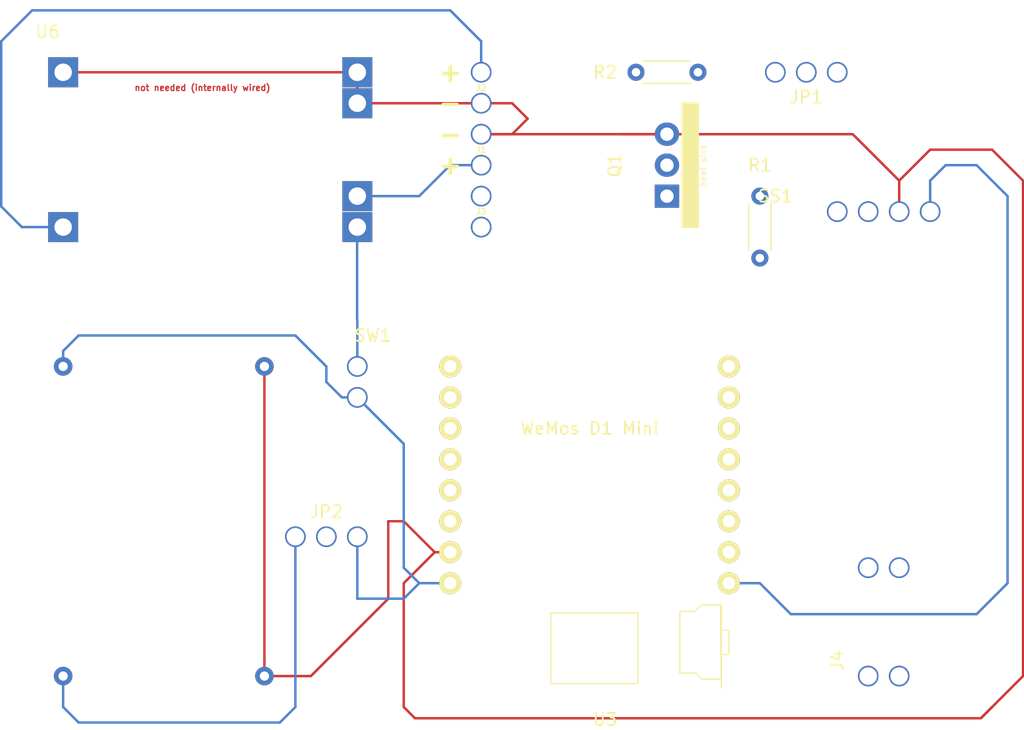
<source format=kicad_pcb>
(kicad_pcb (version 20171130) (host pcbnew "(5.0.2)-1")

  (general
    (thickness 1.6)
    (drawings 10)
    (tracks 112)
    (zones 0)
    (modules 14)
    (nets 28)
  )

  (page A4)
  (layers
    (0 "Black_(GND)" power)
    (1 "Blue_(signal_1)" signal)
    (2 "Yellow_(signal_2)" signal)
    (3 "Yellow2_(signal)" signal)
    (4 "Blue2_(signal)" signal)
    (31 "Red_(Power)" power)
    (32 B.Adhes user hide)
    (33 F.Adhes user hide)
    (34 B.Paste user hide)
    (35 F.Paste user hide)
    (36 B.SilkS user hide)
    (37 F.SilkS user)
    (38 B.Mask user hide)
    (39 F.Mask user)
    (40 Dwgs.User user hide)
    (41 Cmts.User user hide)
    (42 Eco1.User user hide)
    (43 Eco2.User user hide)
    (44 Edge.Cuts user hide)
    (45 Margin user hide)
    (46 B.CrtYd user hide)
    (47 F.CrtYd user)
    (48 B.Fab user hide)
    (49 F.Fab user)
  )

  (setup
    (last_trace_width 0.2)
    (trace_clearance 0.2)
    (zone_clearance 0.508)
    (zone_45_only no)
    (trace_min 0.2)
    (segment_width 0.2)
    (edge_width 0.1)
    (via_size 0.8)
    (via_drill 0.4)
    (via_min_size 0.4)
    (via_min_drill 0.3)
    (uvia_size 0.3)
    (uvia_drill 0.1)
    (uvias_allowed no)
    (uvia_min_size 0.2)
    (uvia_min_drill 0.1)
    (pcb_text_width 0.3)
    (pcb_text_size 1.5 1.5)
    (mod_edge_width 0.15)
    (mod_text_size 1 1)
    (mod_text_width 0.15)
    (pad_size 1.5 1.5)
    (pad_drill 0.6)
    (pad_to_mask_clearance 0)
    (solder_mask_min_width 0.25)
    (aux_axis_origin 0 0)
    (visible_elements 7FFFFFFF)
    (pcbplotparams
      (layerselection 0x010fc_ffffffff)
      (usegerberextensions false)
      (usegerberattributes false)
      (usegerberadvancedattributes false)
      (creategerberjobfile false)
      (excludeedgelayer true)
      (linewidth 0.100000)
      (plotframeref false)
      (viasonmask false)
      (mode 1)
      (useauxorigin false)
      (hpglpennumber 1)
      (hpglpenspeed 20)
      (hpglpendiameter 15.000000)
      (psnegative false)
      (psa4output false)
      (plotreference true)
      (plotvalue true)
      (plotinvisibletext false)
      (padsonsilk false)
      (subtractmaskfromsilk false)
      (outputformat 1)
      (mirror false)
      (drillshape 1)
      (scaleselection 1)
      (outputdirectory ""))
  )

  (net 0 "")
  (net 1 "Net-(J1-Pad1)")
  (net 2 GND)
  (net 3 "Net-(J2-Pad2)")
  (net 4 "Net-(J3-Pad2)")
  (net 5 "Net-(J3-Pad1)")
  (net 6 "Net-(J4-Pad2)")
  (net 7 "Net-(J4-Pad1)")
  (net 8 "Net-(JP1-Pad3)")
  (net 9 "Net-(JP1-Pad2)")
  (net 10 "Net-(JP1-Pad1)")
  (net 11 "Net-(JP2-Pad1)")
  (net 12 "Net-(JP2-Pad3)")
  (net 13 "Net-(Q1-Pad1)")
  (net 14 "Net-(R1-Pad1)")
  (net 15 "Net-(SS1-Pad4)")
  (net 16 "Net-(SW1-Pad1)")
  (net 17 "Net-(U3-Pad11)")
  (net 18 "Net-(SS1-Pad2)")
  (net 19 "Net-(U3-Pad8)")
  (net 20 "Net-(U3-Pad7)")
  (net 21 "Net-(U3-Pad6)")
  (net 22 "Net-(U3-Pad5)")
  (net 23 "Net-(U3-Pad4)")
  (net 24 "Net-(U3-Pad3)")
  (net 25 "Net-(U3-Pad15)")
  (net 26 "Net-(U3-Pad14)")
  (net 27 "Net-(U3-Pad13)")

  (net_class Default "This is the default net class."
    (clearance 0.2)
    (trace_width 0.2)
    (via_dia 0.8)
    (via_drill 0.4)
    (uvia_dia 0.3)
    (uvia_drill 0.1)
    (add_net GND)
    (add_net "Net-(J1-Pad1)")
    (add_net "Net-(J2-Pad2)")
    (add_net "Net-(J3-Pad1)")
    (add_net "Net-(J3-Pad2)")
    (add_net "Net-(J4-Pad1)")
    (add_net "Net-(J4-Pad2)")
    (add_net "Net-(JP1-Pad1)")
    (add_net "Net-(JP1-Pad2)")
    (add_net "Net-(JP1-Pad3)")
    (add_net "Net-(JP2-Pad1)")
    (add_net "Net-(JP2-Pad3)")
    (add_net "Net-(Q1-Pad1)")
    (add_net "Net-(R1-Pad1)")
    (add_net "Net-(SS1-Pad2)")
    (add_net "Net-(SS1-Pad4)")
    (add_net "Net-(SW1-Pad1)")
    (add_net "Net-(U3-Pad11)")
    (add_net "Net-(U3-Pad13)")
    (add_net "Net-(U3-Pad14)")
    (add_net "Net-(U3-Pad15)")
    (add_net "Net-(U3-Pad3)")
    (add_net "Net-(U3-Pad4)")
    (add_net "Net-(U3-Pad5)")
    (add_net "Net-(U3-Pad6)")
    (add_net "Net-(U3-Pad7)")
    (add_net "Net-(U3-Pad8)")
  )

  (module Resistor_THT:R_Axial_DIN0204_L3.6mm_D1.6mm_P5.08mm_Horizontal (layer "Black_(GND)") (tedit 5AE5139B) (tstamp 5C51D785)
    (at 77.47 35.56 90)
    (descr "Resistor, Axial_DIN0204 series, Axial, Horizontal, pin pitch=5.08mm, 0.167W, length*diameter=3.6*1.6mm^2, http://cdn-reichelt.de/documents/datenblatt/B400/1_4W%23YAG.pdf")
    (tags "Resistor Axial_DIN0204 series Axial Horizontal pin pitch 5.08mm 0.167W length 3.6mm diameter 1.6mm")
    (path /5C4F22D3)
    (fp_text reference R1 (at 7.62 0 180) (layer F.SilkS)
      (effects (font (size 1 1) (thickness 0.15)))
    )
    (fp_text value 5k (at 2.54 1.92 90) (layer F.Fab)
      (effects (font (size 1 1) (thickness 0.15)))
    )
    (fp_line (start 0.74 -0.8) (end 0.74 0.8) (layer F.Fab) (width 0.1))
    (fp_line (start 0.74 0.8) (end 4.34 0.8) (layer F.Fab) (width 0.1))
    (fp_line (start 4.34 0.8) (end 4.34 -0.8) (layer F.Fab) (width 0.1))
    (fp_line (start 4.34 -0.8) (end 0.74 -0.8) (layer F.Fab) (width 0.1))
    (fp_line (start 0 0) (end 0.74 0) (layer F.Fab) (width 0.1))
    (fp_line (start 5.08 0) (end 4.34 0) (layer F.Fab) (width 0.1))
    (fp_line (start 0.62 -0.92) (end 4.46 -0.92) (layer F.SilkS) (width 0.12))
    (fp_line (start 0.62 0.92) (end 4.46 0.92) (layer F.SilkS) (width 0.12))
    (fp_line (start -0.95 -1.05) (end -0.95 1.05) (layer F.CrtYd) (width 0.05))
    (fp_line (start -0.95 1.05) (end 6.03 1.05) (layer F.CrtYd) (width 0.05))
    (fp_line (start 6.03 1.05) (end 6.03 -1.05) (layer F.CrtYd) (width 0.05))
    (fp_line (start 6.03 -1.05) (end -0.95 -1.05) (layer F.CrtYd) (width 0.05))
    (fp_text user %R (at 2.54 0 90) (layer F.Fab)
      (effects (font (size 0.72 0.72) (thickness 0.108)))
    )
    (pad 1 thru_hole circle (at 0 0 90) (size 1.4 1.4) (drill 0.7) (layers *.Cu *.Mask)
      (net 14 "Net-(R1-Pad1)"))
    (pad 2 thru_hole oval (at 5.08 0 90) (size 1.4 1.4) (drill 0.7) (layers *.Cu *.Mask)
      (net 13 "Net-(Q1-Pad1)"))
    (model ${KISYS3DMOD}/Resistor_THT.3dshapes/R_Axial_DIN0204_L3.6mm_D1.6mm_P5.08mm_Horizontal.wrl
      (at (xyz 0 0 0))
      (scale (xyz 1 1 1))
      (rotate (xyz 0 0 0))
    )
  )

  (module Resistor_THT:R_Axial_DIN0204_L3.6mm_D1.6mm_P5.08mm_Horizontal (layer "Black_(GND)") (tedit 5AE5139B) (tstamp 5C51D798)
    (at 67.31 20.32)
    (descr "Resistor, Axial_DIN0204 series, Axial, Horizontal, pin pitch=5.08mm, 0.167W, length*diameter=3.6*1.6mm^2, http://cdn-reichelt.de/documents/datenblatt/B400/1_4W%23YAG.pdf")
    (tags "Resistor Axial_DIN0204 series Axial Horizontal pin pitch 5.08mm 0.167W length 3.6mm diameter 1.6mm")
    (path /5C4F9DC6)
    (fp_text reference R2 (at -2.54 0) (layer F.SilkS)
      (effects (font (size 1 1) (thickness 0.15)))
    )
    (fp_text value 100k (at 2.54 1.92) (layer F.Fab)
      (effects (font (size 1 1) (thickness 0.15)))
    )
    (fp_text user %R (at 2.54 0) (layer F.Fab)
      (effects (font (size 0.72 0.72) (thickness 0.108)))
    )
    (fp_line (start 6.03 -1.05) (end -0.95 -1.05) (layer F.CrtYd) (width 0.05))
    (fp_line (start 6.03 1.05) (end 6.03 -1.05) (layer F.CrtYd) (width 0.05))
    (fp_line (start -0.95 1.05) (end 6.03 1.05) (layer F.CrtYd) (width 0.05))
    (fp_line (start -0.95 -1.05) (end -0.95 1.05) (layer F.CrtYd) (width 0.05))
    (fp_line (start 0.62 0.92) (end 4.46 0.92) (layer F.SilkS) (width 0.12))
    (fp_line (start 0.62 -0.92) (end 4.46 -0.92) (layer F.SilkS) (width 0.12))
    (fp_line (start 5.08 0) (end 4.34 0) (layer F.Fab) (width 0.1))
    (fp_line (start 0 0) (end 0.74 0) (layer F.Fab) (width 0.1))
    (fp_line (start 4.34 -0.8) (end 0.74 -0.8) (layer F.Fab) (width 0.1))
    (fp_line (start 4.34 0.8) (end 4.34 -0.8) (layer F.Fab) (width 0.1))
    (fp_line (start 0.74 0.8) (end 4.34 0.8) (layer F.Fab) (width 0.1))
    (fp_line (start 0.74 -0.8) (end 0.74 0.8) (layer F.Fab) (width 0.1))
    (pad 2 thru_hole oval (at 5.08 0) (size 1.4 1.4) (drill 0.7) (layers *.Cu *.Mask)
      (net 8 "Net-(JP1-Pad3)"))
    (pad 1 thru_hole circle (at 0 0) (size 1.4 1.4) (drill 0.7) (layers *.Cu *.Mask)
      (net 1 "Net-(J1-Pad1)"))
    (model ${KISYS3DMOD}/Resistor_THT.3dshapes/R_Axial_DIN0204_L3.6mm_D1.6mm_P5.08mm_Horizontal.wrl
      (at (xyz 0 0 0))
      (scale (xyz 1 1 1))
      (rotate (xyz 0 0 0))
    )
  )

  (module "footprint:Soil sensor_v3" (layer "Black_(GND)") (tedit 5C5AE25D) (tstamp 5C5AE33B)
    (at 81.28 29.21)
    (path /5C4FA314)
    (fp_text reference SS1 (at -2.54 1.27) (layer F.SilkS)
      (effects (font (size 1 1) (thickness 0.15)))
    )
    (fp_text value SOIL_SENSOR (at 6.35 -1.27) (layer F.Fab)
      (effects (font (size 1 1) (thickness 0.15)))
    )
    (fp_line (start 0 1.27) (end 12.7 1.27) (layer F.CrtYd) (width 0.15))
    (fp_line (start 12.7 1.27) (end 12.7 33.02) (layer F.CrtYd) (width 0.15))
    (fp_line (start 12.7 33.02) (end 0 33.02) (layer F.CrtYd) (width 0.15))
    (fp_line (start 0 33.02) (end 0 1.27) (layer F.CrtYd) (width 0.15))
    (pad 1 thru_hole circle (at 2.54 2.54) (size 1.7 1.7) (drill 1.43) (layers *.Cu *.Mask)
      (net 10 "Net-(JP1-Pad1)"))
    (pad 2 thru_hole circle (at 5.08 2.54) (size 1.7 1.7) (drill 1.43) (layers *.Cu *.Mask)
      (net 18 "Net-(SS1-Pad2)"))
    (pad 3 thru_hole circle (at 7.62 2.54) (size 1.7 1.7) (drill 1.43) (layers *.Cu *.Mask)
      (net 2 GND))
    (pad 4 thru_hole circle (at 10.16 2.54) (size 1.7 1.7) (drill 1.43) (layers *.Cu *.Mask)
      (net 15 "Net-(SS1-Pad4)"))
    (pad 5 thru_hole circle (at 5.08 31.75) (size 1.7 1.7) (drill 1.43) (layers *.Cu *.Mask)
      (net 7 "Net-(J4-Pad1)"))
    (pad 6 thru_hole circle (at 7.62 31.75) (size 1.7 1.7) (drill 1.43) (layers *.Cu *.Mask)
      (net 6 "Net-(J4-Pad2)"))
  )

  (module footprint:5-12V_DCDCv4 (layer "Black_(GND)") (tedit 5C5AE072) (tstamp 5C5AE348)
    (at 20.32 44.45)
    (path /5C53EC4A)
    (fp_text reference U1 (at 0 -3.81) (layer F.SilkS) hide
      (effects (font (size 1 1) (thickness 0.15)))
    )
    (fp_text value 5-12V_DCDC_Converter (at -2.54 11.43 90) (layer F.Fab)
      (effects (font (size 1 1) (thickness 0.15)))
    )
    (fp_line (start -1.27 -1.27) (end 15.24 -1.27) (layer F.CrtYd) (width 0.15))
    (fp_line (start 17.78 -1.27) (end 17.78 26.67) (layer F.CrtYd) (width 0.15))
    (fp_line (start 15.24 26.67) (end -1.27 26.67) (layer F.CrtYd) (width 0.15))
    (fp_line (start -1.27 26.67) (end -1.27 -1.27) (layer F.CrtYd) (width 0.15))
    (fp_line (start 17.78 26.67) (end 15.24 26.67) (layer F.CrtYd) (width 0.15))
    (fp_line (start 17.78 -1.27) (end 15.24 -1.27) (layer F.CrtYd) (width 0.15))
    (fp_text user GND_OUT (at 19.05 24.13 90) (layer F.Fab)
      (effects (font (size 1 1) (thickness 0.15)))
    )
    (fp_text user GND_IN (at 19.05 0 90) (layer F.Fab)
      (effects (font (size 1 1) (thickness 0.15)))
    )
    (fp_text user VCC_OUT (at -2.54 24.13 90) (layer F.Fab)
      (effects (font (size 1 1) (thickness 0.15)))
    )
    (fp_text user VCC_IN (at -2.54 0 90) (layer F.Fab)
      (effects (font (size 1 1) (thickness 0.15)))
    )
    (pad 1 thru_hole circle (at 0 25.4) (size 1.524 1.524) (drill 0.762) (layers *.Cu *.Mask)
      (net 11 "Net-(JP2-Pad1)"))
    (pad 2 thru_hole circle (at 0 0) (size 1.524 1.524) (drill 0.762) (layers *.Cu *.Mask)
      (net 12 "Net-(JP2-Pad3)"))
    (pad 3 thru_hole circle (at 16.51 0) (size 1.524 1.524) (drill 0.762) (layers *.Cu *.Mask)
      (net 2 GND))
    (pad 4 thru_hole circle (at 16.51 25.4) (size 1.524 1.524) (drill 0.762) (layers *.Cu *.Mask)
      (net 2 GND))
  )

  (module footprint:TP4056_v4 (layer "Black_(GND)") (tedit 5C5ADE3E) (tstamp 5C5AE359)
    (at 19.05 16.51)
    (path /5C4FADB2)
    (fp_text reference U6 (at 0 0.5) (layer F.SilkS)
      (effects (font (size 1 1) (thickness 0.15)))
    )
    (fp_text value TP4056 (at 2.54 -1.27) (layer F.Fab)
      (effects (font (size 1 1) (thickness 0.15)))
    )
    (fp_line (start 29.21 2.54) (end 29.21 17.78) (layer F.CrtYd) (width 0.15))
    (fp_line (start 29.21 17.78) (end 0 17.78) (layer F.CrtYd) (width 0.15))
    (fp_line (start 0 5.08) (end 0 2.54) (layer F.CrtYd) (width 0.15))
    (fp_line (start 0 2.54) (end 29.21 2.54) (layer F.CrtYd) (width 0.15))
    (fp_line (start 0 5.08) (end 0 6.35) (layer F.CrtYd) (width 0.15))
    (fp_line (start 0 6.35) (end -1.27 6.35) (layer F.CrtYd) (width 0.15))
    (fp_line (start -1.27 6.35) (end -1.27 13.97) (layer F.CrtYd) (width 0.15))
    (fp_line (start -1.27 13.97) (end 0 13.97) (layer F.CrtYd) (width 0.15))
    (fp_line (start 0 13.97) (end 0 17.78) (layer F.CrtYd) (width 0.15))
    (pad 6 thru_hole rect (at 1.27 3.81) (size 2.46 2.46) (drill 1.43) (layers *.Cu *.Mask)
      (net 2 GND))
    (pad 5 thru_hole rect (at 1.27 16.51) (size 2.46 2.46) (drill 1.43) (layers *.Cu *.Mask)
      (net 3 "Net-(J2-Pad2)"))
    (pad 4 thru_hole rect (at 25.4 16.51) (size 2.46 2.46) (drill 1.43) (layers *.Cu *.Mask)
      (net 16 "Net-(SW1-Pad1)"))
    (pad 3 thru_hole rect (at 25.4 13.97) (size 2.46 2.46) (drill 1.43) (layers *.Cu *.Mask)
      (net 1 "Net-(J1-Pad1)"))
    (pad 1 thru_hole rect (at 25.4 3.81) (size 2.46 2.46) (drill 1.43) (layers *.Cu *.Mask)
      (net 2 GND))
    (pad 2 thru_hole rect (at 25.4 6.35) (size 2.46 2.46) (drill 1.43) (layers *.Cu *.Mask)
      (net 2 GND))
  )

  (module footprint:2p_connector_v2 (layer "Black_(GND)") (tedit 5C5D8F9F) (tstamp 5C5AE5EB)
    (at 52.07 20.32 90)
    (path /5C4F9789)
    (fp_text reference J2 (at -1.27 2.54 180) (layer F.SilkS)
      (effects (font (size 0.5 0.5) (thickness 0.1)))
    )
    (fp_text value Solar (at 0 5.08 90) (layer F.Fab)
      (effects (font (size 1 1) (thickness 0.15)))
    )
    (fp_line (start -3.81 1.27) (end 1.27 1.27) (layer F.CrtYd) (width 0.15))
    (fp_line (start 1.27 1.27) (end 1.27 3.81) (layer F.CrtYd) (width 0.15))
    (fp_line (start 1.27 3.81) (end -3.81 3.81) (layer F.CrtYd) (width 0.15))
    (fp_line (start -3.81 3.81) (end -3.81 1.27) (layer F.CrtYd) (width 0.15))
    (pad 1 thru_hole circle (at -2.54 2.54 90) (size 1.7 1.7) (drill 1.43) (layers *.Cu *.Mask)
      (net 2 GND))
    (pad 2 thru_hole circle (at 0 2.54 90) (size 1.7 1.7) (drill 1.43) (layers *.Cu *.Mask)
      (net 3 "Net-(J2-Pad2)"))
  )

  (module footprint:2p_connector_v2 (layer "Black_(GND)") (tedit 5C5D8FB1) (tstamp 5C5AE5F4)
    (at 57.15 33.02 270)
    (path /5C4F97F0)
    (fp_text reference J3 (at -1.27 2.54) (layer F.SilkS)
      (effects (font (size 0.5 0.5) (thickness 0.1)))
    )
    (fp_text value Valve (at -1.27 0 270) (layer F.Fab)
      (effects (font (size 1 1) (thickness 0.15)))
    )
    (fp_line (start -3.81 3.81) (end -3.81 1.27) (layer F.CrtYd) (width 0.15))
    (fp_line (start 1.27 3.81) (end -3.81 3.81) (layer F.CrtYd) (width 0.15))
    (fp_line (start 1.27 1.27) (end 1.27 3.81) (layer F.CrtYd) (width 0.15))
    (fp_line (start -3.81 1.27) (end 1.27 1.27) (layer F.CrtYd) (width 0.15))
    (pad 2 thru_hole circle (at 0 2.54 270) (size 1.7 1.7) (drill 1.43) (layers *.Cu *.Mask)
      (net 4 "Net-(J3-Pad2)"))
    (pad 1 thru_hole circle (at -2.54 2.54 270) (size 1.7 1.7) (drill 1.43) (layers *.Cu *.Mask)
      (net 5 "Net-(J3-Pad1)"))
  )

  (module footprint:2p_connector_v2 (layer "Black_(GND)") (tedit 5C5AE479) (tstamp 5C5AE5FD)
    (at 88.9 67.31)
    (path /5C4F9672)
    (fp_text reference J4 (at -5.08 1.27 90) (layer F.SilkS)
      (effects (font (size 1 1) (thickness 0.15)))
    )
    (fp_text value "Soil sensor" (at -1.27 5.08) (layer F.Fab)
      (effects (font (size 1 1) (thickness 0.15)))
    )
    (fp_line (start -3.81 3.81) (end -3.81 1.27) (layer F.CrtYd) (width 0.15))
    (fp_line (start 1.27 3.81) (end -3.81 3.81) (layer F.CrtYd) (width 0.15))
    (fp_line (start 1.27 1.27) (end 1.27 3.81) (layer F.CrtYd) (width 0.15))
    (fp_line (start -3.81 1.27) (end 1.27 1.27) (layer F.CrtYd) (width 0.15))
    (pad 2 thru_hole circle (at 0 2.54) (size 1.7 1.7) (drill 1.43) (layers *.Cu *.Mask)
      (net 6 "Net-(J4-Pad2)"))
    (pad 1 thru_hole circle (at -2.54 2.54) (size 1.7 1.7) (drill 1.43) (layers *.Cu *.Mask)
      (net 7 "Net-(J4-Pad1)"))
  )

  (module footprint:3p_switch_v2 (layer "Black_(GND)") (tedit 5C5D8E8A) (tstamp 5C5AE606)
    (at 81.28 22.86 180)
    (path /5C52F9B9)
    (fp_text reference JP1 (at 0 0.5 180) (layer F.SilkS)
      (effects (font (size 1 1) (thickness 0.15)))
    )
    (fp_text value Battery/Humidity (at 0 5.08 180) (layer F.Fab)
      (effects (font (size 1 1) (thickness 0.15)))
    )
    (fp_line (start -3.81 3.81) (end -3.81 1.27) (layer F.CrtYd) (width 0.15))
    (fp_line (start 3.81 3.81) (end -3.81 3.81) (layer F.CrtYd) (width 0.15))
    (fp_line (start 3.81 1.27) (end 3.81 3.81) (layer F.CrtYd) (width 0.15))
    (fp_line (start -3.81 1.27) (end 3.81 1.27) (layer F.CrtYd) (width 0.15))
    (pad 3 thru_hole circle (at 2.54 2.54 180) (size 1.7 1.7) (drill 1.43) (layers *.Cu *.Mask)
      (net 8 "Net-(JP1-Pad3)"))
    (pad 2 thru_hole circle (at 0 2.54 180) (size 1.7 1.7) (drill 1.43) (layers *.Cu *.Mask)
      (net 9 "Net-(JP1-Pad2)"))
    (pad 1 thru_hole circle (at -2.54 2.54 180) (size 1.7 1.7) (drill 1.43) (layers *.Cu *.Mask)
      (net 10 "Net-(JP1-Pad1)"))
  )

  (module footprint:3p_switch_v2 (layer "Black_(GND)") (tedit 5C5AE433) (tstamp 5C5AE610)
    (at 41.91 55.88)
    (path /5C52F931)
    (fp_text reference JP2 (at 0 0.5) (layer F.SilkS)
      (effects (font (size 1 1) (thickness 0.15)))
    )
    (fp_text value "5V/12V Valve" (at 0 5.08) (layer F.Fab)
      (effects (font (size 1 1) (thickness 0.15)))
    )
    (fp_line (start -3.81 1.27) (end 3.81 1.27) (layer F.CrtYd) (width 0.15))
    (fp_line (start 3.81 1.27) (end 3.81 3.81) (layer F.CrtYd) (width 0.15))
    (fp_line (start 3.81 3.81) (end -3.81 3.81) (layer F.CrtYd) (width 0.15))
    (fp_line (start -3.81 3.81) (end -3.81 1.27) (layer F.CrtYd) (width 0.15))
    (pad 1 thru_hole circle (at -2.54 2.54) (size 1.7 1.7) (drill 1.43) (layers *.Cu *.Mask)
      (net 11 "Net-(JP2-Pad1)"))
    (pad 2 thru_hole circle (at 0 2.54) (size 1.7 1.7) (drill 1.43) (layers *.Cu *.Mask)
      (net 4 "Net-(J3-Pad2)"))
    (pad 3 thru_hole circle (at 2.54 2.54) (size 1.7 1.7) (drill 1.43) (layers *.Cu *.Mask)
      (net 12 "Net-(JP2-Pad3)"))
  )

  (module footprint:2p_connector_v2 (layer "Black_(GND)") (tedit 5C5AE479) (tstamp 5C5AE61A)
    (at 46.99 46.99 270)
    (path /5C4F30A2)
    (fp_text reference SW1 (at -5.08 1.27) (layer F.SilkS)
      (effects (font (size 1 1) (thickness 0.15)))
    )
    (fp_text value ON/OFF (at -1.27 5.08 270) (layer F.Fab)
      (effects (font (size 1 1) (thickness 0.15)))
    )
    (fp_line (start -3.81 1.27) (end 1.27 1.27) (layer F.CrtYd) (width 0.15))
    (fp_line (start 1.27 1.27) (end 1.27 3.81) (layer F.CrtYd) (width 0.15))
    (fp_line (start 1.27 3.81) (end -3.81 3.81) (layer F.CrtYd) (width 0.15))
    (fp_line (start -3.81 3.81) (end -3.81 1.27) (layer F.CrtYd) (width 0.15))
    (pad 1 thru_hole circle (at -2.54 2.54 270) (size 1.7 1.7) (drill 1.43) (layers *.Cu *.Mask)
      (net 16 "Net-(SW1-Pad1)"))
    (pad 2 thru_hole circle (at 0 2.54 270) (size 1.7 1.7) (drill 1.43) (layers *.Cu *.Mask)
      (net 12 "Net-(JP2-Pad3)"))
  )

  (module footprint:2p_connector_v2 (layer "Black_(GND)") (tedit 5C5D8FA8) (tstamp 5C5AE63A)
    (at 52.07 25.4 90)
    (path /5C554B8B)
    (fp_text reference J1 (at -1.27 2.54 180) (layer F.SilkS)
      (effects (font (size 0.5 0.5) (thickness 0.1)))
    )
    (fp_text value Batt. (at -1.27 5.08 90) (layer F.Fab)
      (effects (font (size 1 1) (thickness 0.15)))
    )
    (fp_line (start -3.81 1.27) (end 1.27 1.27) (layer F.CrtYd) (width 0.15))
    (fp_line (start 1.27 1.27) (end 1.27 3.81) (layer F.CrtYd) (width 0.15))
    (fp_line (start 1.27 3.81) (end -3.81 3.81) (layer F.CrtYd) (width 0.15))
    (fp_line (start -3.81 3.81) (end -3.81 1.27) (layer F.CrtYd) (width 0.15))
    (pad 1 thru_hole circle (at -2.54 2.54 90) (size 1.7 1.7) (drill 1.43) (layers *.Cu *.Mask)
      (net 1 "Net-(J1-Pad1)"))
    (pad 2 thru_hole circle (at 0 2.54 90) (size 1.7 1.7) (drill 1.43) (layers *.Cu *.Mask)
      (net 2 GND))
  )

  (module wemos_d1_mini:D1_mini_board_v4 (layer "Black_(GND)") (tedit 5C5AE920) (tstamp 5C5AEB91)
    (at 63.5 54.61)
    (path /5C4F9AC3)
    (fp_text reference U3 (at 1.27 18.81) (layer F.SilkS)
      (effects (font (size 1 1) (thickness 0.15)))
    )
    (fp_text value WeMos_mini (at 1.27 -19.05) (layer F.Fab)
      (effects (font (size 1 1) (thickness 0.15)))
    )
    (fp_text user "WeMos D1 Mini" (at 0 -5.08) (layer F.SilkS)
      (effects (font (size 1 1) (thickness 0.15)))
    )
    (fp_line (start 10.83248 9.424181) (end 10.802686 16.232524) (layer F.SilkS) (width 0.1))
    (fp_line (start -3.17965 10.051451) (end 3.959931 10.051451) (layer F.SilkS) (width 0.1))
    (fp_line (start 3.959931 10.051451) (end 3.959931 15.865188) (layer F.SilkS) (width 0.1))
    (fp_line (start 3.959931 15.865188) (end -3.17965 15.865188) (layer F.SilkS) (width 0.1))
    (fp_line (start -3.17965 15.865188) (end -3.17965 10.051451) (layer F.SilkS) (width 0.1))
    (fp_line (start 10.7436 9.402349) (end 9.191378 9.402349) (layer F.SilkS) (width 0.1))
    (fp_line (start 9.191378 9.402349) (end 8.662211 9.931515) (layer F.SilkS) (width 0.1))
    (fp_line (start 8.662211 9.931515) (end 7.40985 9.931515) (layer F.SilkS) (width 0.1))
    (fp_line (start 7.40985 9.931515) (end 7.40985 14.993876) (layer F.SilkS) (width 0.1))
    (fp_line (start 7.40985 14.993876) (end 8.697489 14.993876) (layer F.SilkS) (width 0.1))
    (fp_line (start 8.697489 14.993876) (end 9.226656 15.487765) (layer F.SilkS) (width 0.1))
    (fp_line (start 9.226656 15.487765) (end 10.796517 15.487765) (layer F.SilkS) (width 0.1))
    (fp_line (start 10.796517 15.487765) (end 10.7436 9.402349) (layer F.SilkS) (width 0.1))
    (fp_line (start 10.778878 11.483738) (end 11.431517 11.483738) (layer F.SilkS) (width 0.1))
    (fp_line (start 11.431517 11.483738) (end 11.431517 13.476932) (layer F.SilkS) (width 0.1))
    (fp_line (start 11.431517 13.476932) (end 10.814156 13.476932) (layer F.SilkS) (width 0.1))
    (fp_line (start -12.7 16.51) (end 11.43 16.51) (layer F.CrtYd) (width 0.15))
    (fp_line (start 11.43 16.51) (end 11.43 10.16) (layer F.CrtYd) (width 0.15))
    (fp_line (start 11.43 10.16) (end 12.7 8.89) (layer F.CrtYd) (width 0.15))
    (fp_line (start 12.7 8.89) (end 12.7 -13.97) (layer F.CrtYd) (width 0.15))
    (fp_line (start 8.89 -17.78) (end -8.89 -17.78) (layer F.CrtYd) (width 0.15))
    (fp_line (start -12.7 -13.97) (end -12.7 16.51) (layer F.CrtYd) (width 0.15))
    (fp_arc (start -8.89 -13.97) (end -8.89 -17.78) (angle -90) (layer F.CrtYd) (width 0.15))
    (fp_arc (start 8.89 -13.97) (end 12.7 -13.97) (angle -90) (layer F.CrtYd) (width 0.15))
    (fp_text user RST (at 15.24 -10.16) (layer F.Fab)
      (effects (font (size 1 1) (thickness 0.15)))
    )
    (fp_text user 3V3 (at 15.24 7.62) (layer F.Fab)
      (effects (font (size 1 1) (thickness 0.15)))
    )
    (fp_text user 5V (at -15.24 7.62) (layer F.Fab)
      (effects (font (size 1 1) (thickness 0.15)))
    )
    (fp_text user GND (at -15.24 5.08) (layer F.Fab)
      (effects (font (size 1 1) (thickness 0.15)))
    )
    (fp_text user A0 (at 15.24 -7.62) (layer F.Fab)
      (effects (font (size 1 1) (thickness 0.15)))
    )
    (pad 8 thru_hole circle (at -11.43 -10.16) (size 1.8 1.8) (drill 1.016) (layers *.Cu *.Mask F.SilkS)
      (net 19 "Net-(U3-Pad8)"))
    (pad 7 thru_hole circle (at -11.43 -7.62) (size 1.8 1.8) (drill 1.016) (layers *.Cu *.Mask F.SilkS)
      (net 20 "Net-(U3-Pad7)"))
    (pad 6 thru_hole circle (at -11.43 -5.08) (size 1.8 1.8) (drill 1.016) (layers *.Cu *.Mask F.SilkS)
      (net 21 "Net-(U3-Pad6)"))
    (pad 5 thru_hole circle (at -11.43 -2.54) (size 1.8 1.8) (drill 1.016) (layers *.Cu *.Mask F.SilkS)
      (net 22 "Net-(U3-Pad5)"))
    (pad 4 thru_hole circle (at -11.43 0) (size 1.8 1.8) (drill 1.016) (layers *.Cu *.Mask F.SilkS)
      (net 23 "Net-(U3-Pad4)"))
    (pad 3 thru_hole circle (at -11.43 2.54) (size 1.8 1.8) (drill 1.016) (layers *.Cu *.Mask F.SilkS)
      (net 24 "Net-(U3-Pad3)"))
    (pad 2 thru_hole circle (at -11.43 5.08) (size 1.8 1.8) (drill 1.016) (layers *.Cu *.Mask F.SilkS)
      (net 2 GND))
    (pad 1 thru_hole circle (at -11.43 7.62) (size 1.8 1.8) (drill 1.016) (layers *.Cu *.Mask F.SilkS)
      (net 12 "Net-(JP2-Pad3)"))
    (pad 16 thru_hole circle (at 11.43 7.62) (size 1.8 1.8) (drill 1.016) (layers *.Cu *.Mask F.SilkS)
      (net 15 "Net-(SS1-Pad4)"))
    (pad 15 thru_hole circle (at 11.43 5.08) (size 1.8 1.8) (drill 1.016) (layers *.Cu *.Mask F.SilkS)
      (net 25 "Net-(U3-Pad15)"))
    (pad 14 thru_hole circle (at 11.43 2.54) (size 1.8 1.8) (drill 1.016) (layers *.Cu *.Mask F.SilkS)
      (net 26 "Net-(U3-Pad14)"))
    (pad 13 thru_hole circle (at 11.43 0) (size 1.8 1.8) (drill 1.016) (layers *.Cu *.Mask F.SilkS)
      (net 27 "Net-(U3-Pad13)"))
    (pad 12 thru_hole circle (at 11.43 -2.54) (size 1.8 1.8) (drill 1.016) (layers *.Cu *.Mask F.SilkS)
      (net 14 "Net-(R1-Pad1)"))
    (pad 11 thru_hole circle (at 11.43 -5.08) (size 1.8 1.8) (drill 1.016) (layers *.Cu *.Mask F.SilkS)
      (net 17 "Net-(U3-Pad11)"))
    (pad 10 thru_hole circle (at 11.43 -7.62) (size 1.8 1.8) (drill 1.016) (layers *.Cu *.Mask F.SilkS)
      (net 9 "Net-(JP1-Pad2)"))
    (pad 9 thru_hole circle (at 11.43 -10.16) (size 1.8 1.8) (drill 1.016) (layers *.Cu *.Mask F.SilkS)
      (net 17 "Net-(U3-Pad11)"))
  )

  (module footprint:TIP120_v4 (layer "Black_(GND)") (tedit 5C5AED2E) (tstamp 5C5AED92)
    (at 69.85 30.48 90)
    (descr "TO-220-3, Vertical, RM 2.54mm, see https://www.vishay.com/docs/66542/to-220-1.pdf")
    (tags "TO-220-3 Vertical RM 2.54mm")
    (path /5C4F21EB)
    (fp_text reference Q1 (at 2.54 -4.27 90) (layer F.SilkS)
      (effects (font (size 1 1) (thickness 0.15)))
    )
    (fp_text value TIP120 (at 2.54 -2.54 90) (layer F.Fab)
      (effects (font (size 1 1) (thickness 0.15)))
    )
    (fp_text user "heat sink" (at 2.5 2.97 90) (layer F.SilkS)
      (effects (font (size 0.5 0.5) (thickness 0.06)))
    )
    (fp_line (start 7.62 -1.27) (end -2.54 -1.27) (layer F.CrtYd) (width 0.15))
    (fp_line (start -2.54 2.54) (end 7.62 2.54) (layer F.CrtYd) (width 0.15))
    (fp_line (start -2.54 2.54) (end 7.62 2.54) (layer F.SilkS) (width 0.15))
    (fp_line (start -2.54 1.27) (end -2.54 2.54) (layer F.SilkS) (width 0.15))
    (fp_line (start 7.62 1.27) (end -2.54 1.27) (layer F.SilkS) (width 0.15))
    (fp_poly (pts (xy 7.62 1.27) (xy -2.54 1.27) (xy -2.54 2.54) (xy 7.62 2.54)) (layer F.SilkS) (width 0.15))
    (fp_line (start -2.54 1.27) (end 7.62 1.27) (layer F.SilkS) (width 0.15))
    (fp_line (start -2.54 2.54) (end -2.54 -1.27) (layer F.CrtYd) (width 0.15))
    (fp_line (start 7.62 -1.27) (end 7.62 2.54) (layer F.CrtYd) (width 0.15))
    (fp_text user %R (at 2.54 -4.27 90) (layer F.Fab)
      (effects (font (size 1 1) (thickness 0.15)))
    )
    (pad 3 thru_hole oval (at 5.08 0 90) (size 1.905 2) (drill 1.1) (layers *.Cu *.Mask)
      (net 2 GND))
    (pad 2 thru_hole oval (at 2.54 0 90) (size 1.905 2) (drill 1.1) (layers *.Cu *.Mask)
      (net 5 "Net-(J3-Pad1)"))
    (pad 1 thru_hole rect (at 0 0 90) (size 1.905 2) (drill 1.1) (layers *.Cu *.Mask)
      (net 13 "Net-(Q1-Pad1)"))
    (model ${KISYS3DMOD}/Package_TO_SOT_THT.3dshapes/TO-220-3_Vertical.wrl
      (at (xyz 0 0 0))
      (scale (xyz 1 1 1))
      (rotate (xyz 0 0 0))
    )
  )

  (gr_text - (at 52.07 22.86) (layer F.SilkS) (tstamp 5C5D8F12)
    (effects (font (size 1.5 1.5) (thickness 0.3)) (justify mirror))
  )
  (gr_text - (at 52.07 25.4) (layer F.SilkS) (tstamp 5C5D8F12)
    (effects (font (size 1.5 1.5) (thickness 0.3)) (justify mirror))
  )
  (gr_text + (at 52.07 27.94) (layer F.SilkS)
    (effects (font (size 1.5 1.5) (thickness 0.3)) (justify mirror))
  )
  (gr_text + (at 52.07 20.32) (layer F.SilkS)
    (effects (font (size 1.5 1.5) (thickness 0.3)) (justify mirror))
  )
  (gr_text "not needed (internally wired)" (at 31.75 21.59) (layer "Black_(GND)")
    (effects (font (size 0.5 0.5) (thickness 0.1)))
  )
  (gr_line (start 15.24 12.7) (end 115.57 12.7) (layer Eco2.User) (width 0.2))
  (gr_line (start 17.78 17.78) (end 97.79 17.78) (layer Margin) (width 0.2))
  (gr_line (start 97.79 17.78) (end 97.79 72.39) (layer Margin) (width 0.2))
  (gr_line (start 17.78 72.39) (end 17.78 17.78) (layer Margin) (width 0.2))
  (gr_line (start 97.79 72.39) (end 17.78 72.39) (layer Margin) (width 0.2))

  (segment (start 60.96 20.32) (end 67.31 20.32) (width 0.2) (layer "Blue_(signal_1)") (net 1) (status 20))
  (segment (start 60.96 20.32) (end 59.69 21.59) (width 0.2) (layer "Blue_(signal_1)") (net 1))
  (segment (start 59.69 21.59) (end 59.69 25.4) (width 0.2) (layer "Blue_(signal_1)") (net 1))
  (segment (start 59.69 25.4) (end 57.15 27.94) (width 0.2) (layer "Blue_(signal_1)") (net 1))
  (segment (start 57.15 27.94) (end 54.61 27.94) (width 0.2) (layer "Blue_(signal_1)") (net 1) (status 20))
  (segment (start 49.53 30.48) (end 44.45 30.48) (width 0.2) (layer "Red_(Power)") (net 1) (status 20))
  (segment (start 54.61 27.94) (end 52.07 27.94) (width 0.2) (layer "Red_(Power)") (net 1) (status 10))
  (segment (start 52.07 27.94) (end 49.53 30.48) (width 0.2) (layer "Red_(Power)") (net 1))
  (segment (start 69.85 25.4) (end 66.04 25.4) (width 0.2) (layer "Black_(GND)") (net 2) (status 10))
  (segment (start 50.8 59.69) (end 52.07 59.69) (width 0.2) (layer "Black_(GND)") (net 2) (status 20))
  (segment (start 50.8 59.69) (end 48.26 62.23) (width 0.2) (layer "Black_(GND)") (net 2))
  (segment (start 48.26 62.23) (end 48.26 72.39) (width 0.2) (layer "Black_(GND)") (net 2))
  (segment (start 49.17999 73.30999) (end 95.60001 73.30999) (width 0.2) (layer "Black_(GND)") (net 2))
  (segment (start 48.26 72.39) (end 49.17999 73.30999) (width 0.2) (layer "Black_(GND)") (net 2))
  (segment (start 88.9 29.21) (end 88.9 30.48) (width 0.2) (layer "Black_(GND)") (net 2))
  (segment (start 88.9 29.21) (end 85.09 25.4) (width 0.2) (layer "Black_(GND)") (net 2))
  (segment (start 85.09 25.4) (end 69.85 25.4) (width 0.2) (layer "Black_(GND)") (net 2) (status 20))
  (segment (start 95.60001 73.30999) (end 96.52 72.39) (width 0.2) (layer "Black_(GND)") (net 2))
  (segment (start 99.06 69.85) (end 95.60001 73.30999) (width 0.2) (layer "Black_(GND)") (net 2))
  (segment (start 99.06 29.21) (end 99.06 69.85) (width 0.2) (layer "Black_(GND)") (net 2))
  (segment (start 96.52 26.67) (end 99.06 29.21) (width 0.2) (layer "Black_(GND)") (net 2))
  (segment (start 88.9 29.21) (end 91.44 26.67) (width 0.2) (layer "Black_(GND)") (net 2))
  (segment (start 91.44 26.67) (end 96.52 26.67) (width 0.2) (layer "Black_(GND)") (net 2))
  (segment (start 57.15 25.4) (end 54.61 25.4) (width 0.2) (layer "Black_(GND)") (net 2) (status 20))
  (segment (start 54.61 25.4) (end 69.85 25.4) (width 0.2) (layer "Black_(GND)") (net 2) (status 30))
  (segment (start 48.26 57.15) (end 50.8 59.69) (width 0.2) (layer "Black_(GND)") (net 2))
  (segment (start 46.99 57.15) (end 48.26 57.15) (width 0.2) (layer "Black_(GND)") (net 2))
  (segment (start 36.83 44.45) (end 36.83 68.58) (width 0.2) (layer "Black_(GND)") (net 2) (status 10))
  (segment (start 40.64 69.85) (end 46.99 63.5) (width 0.2) (layer "Black_(GND)") (net 2))
  (segment (start 46.99 63.5) (end 46.99 57.15) (width 0.2) (layer "Black_(GND)") (net 2))
  (segment (start 36.83 68.58) (end 36.83 69.85) (width 0.2) (layer "Black_(GND)") (net 2) (status 20))
  (segment (start 36.83 69.85) (end 40.64 69.85) (width 0.2) (layer "Black_(GND)") (net 2) (status 10))
  (segment (start 88.9 30.48) (end 88.9 31.75) (width 0.2) (layer "Black_(GND)") (net 2) (status 20))
  (segment (start 20.32 20.32) (end 44.45 20.32) (width 0.2) (layer "Black_(GND)") (net 2))
  (segment (start 44.45 22.86) (end 44.45 20.32) (width 0.2) (layer "Black_(GND)") (net 2))
  (segment (start 44.45 20.32) (end 44.45 21.75) (width 0.2) (layer "Black_(GND)") (net 2))
  (segment (start 54.61 22.86) (end 57.15 22.86) (width 0.2) (layer "Black_(GND)") (net 2))
  (segment (start 57.15 22.86) (end 58.42 24.13) (width 0.2) (layer "Black_(GND)") (net 2))
  (segment (start 58.42 24.13) (end 57.15 25.4) (width 0.2) (layer "Black_(GND)") (net 2))
  (segment (start 54.61 22.86) (end 53.34 22.86) (width 0.2) (layer "Black_(GND)") (net 2))
  (segment (start 44.45 22.86) (end 53.34 22.86) (width 0.2) (layer "Black_(GND)") (net 2))
  (segment (start 53.34 22.86) (end 53.459999 22.86) (width 0.2) (layer "Black_(GND)") (net 2))
  (segment (start 15.24 31.325419) (end 15.24 17.78) (width 0.2) (layer "Red_(Power)") (net 3))
  (segment (start 15.24 17.78) (end 17.78 15.24) (width 0.2) (layer "Red_(Power)") (net 3))
  (segment (start 17.78 15.24) (end 52.07 15.24) (width 0.2) (layer "Red_(Power)") (net 3))
  (segment (start 52.07 15.24) (end 54.61 17.78) (width 0.2) (layer "Red_(Power)") (net 3))
  (segment (start 54.61 17.78) (end 54.61 20.32) (width 0.2) (layer "Red_(Power)") (net 3) (status 20))
  (segment (start 20.32 33.02) (end 16.934581 33.02) (width 0.2) (layer "Red_(Power)") (net 3) (status 10))
  (segment (start 16.934581 33.02) (end 15.24 31.325419) (width 0.2) (layer "Red_(Power)") (net 3))
  (segment (start 41.91 55.88) (end 41.91 58.42) (width 0.2) (layer "Blue_(signal_1)") (net 4) (status 20))
  (segment (start 54.61 33.02) (end 52.07 33.02) (width 0.2) (layer "Blue_(signal_1)") (net 4) (status 10))
  (segment (start 48.26 39.37) (end 48.26 49.53) (width 0.2) (layer "Blue_(signal_1)") (net 4))
  (segment (start 48.26 49.53) (end 41.91 55.88) (width 0.2) (layer "Blue_(signal_1)") (net 4))
  (segment (start 52.07 33.02) (end 52.07 35.56) (width 0.2) (layer "Blue_(signal_1)") (net 4))
  (segment (start 52.07 35.56) (end 48.26 39.37) (width 0.2) (layer "Blue_(signal_1)") (net 4))
  (segment (start 54.61 30.48) (end 58.42 30.48) (width 0.2) (layer "Blue_(signal_1)") (net 5) (status 10))
  (segment (start 58.42 30.48) (end 60.96 27.94) (width 0.2) (layer "Blue_(signal_1)") (net 5))
  (segment (start 60.96 27.94) (end 69.85 27.94) (width 0.2) (layer "Blue_(signal_1)") (net 5) (status 20))
  (segment (start 88.9 60.96) (end 88.9 69.85) (width 0.2) (layer "Blue_(signal_1)") (net 6) (status 30))
  (segment (start 86.36 60.96) (end 86.36 69.85) (width 0.2) (layer "Blue_(signal_1)") (net 7) (status 30))
  (segment (start 72.39 20.32) (end 78.74 20.32) (width 0.2) (layer "Blue_(signal_1)") (net 8) (status 30))
  (segment (start 74.93 46.99) (end 78.74 46.99) (width 0.2) (layer "Yellow2_(signal)") (net 9) (status 10))
  (segment (start 78.74 46.99) (end 78.74 45.72) (width 0.2) (layer "Yellow2_(signal)") (net 9))
  (segment (start 78.74 45.72) (end 80.01 44.45) (width 0.2) (layer "Yellow2_(signal)") (net 9))
  (segment (start 80.01 44.45) (end 80.01 24.13) (width 0.2) (layer "Yellow2_(signal)") (net 9))
  (segment (start 81.28 22.86) (end 81.28 20.32) (width 0.2) (layer "Yellow2_(signal)") (net 9) (status 20))
  (segment (start 80.01 24.13) (end 81.28 22.86) (width 0.2) (layer "Yellow2_(signal)") (net 9))
  (segment (start 83.82 20.32) (end 83.82 30.48) (width 0.2) (layer "Yellow_(signal_2)") (net 10) (status 10))
  (segment (start 83.82 30.48) (end 83.82 31.75) (width 0.2) (layer "Yellow_(signal_2)") (net 10) (status 20))
  (segment (start 39.37 72.39) (end 39.37 58.42) (width 0.2) (layer "Red_(Power)") (net 11) (status 20))
  (segment (start 38.1 73.66) (end 39.37 72.39) (width 0.2) (layer "Red_(Power)") (net 11))
  (segment (start 21.59 73.66) (end 38.1 73.66) (width 0.2) (layer "Red_(Power)") (net 11))
  (segment (start 20.32 69.85) (end 20.32 72.39) (width 0.2) (layer "Red_(Power)") (net 11) (status 10))
  (segment (start 20.32 72.39) (end 21.59 73.66) (width 0.2) (layer "Red_(Power)") (net 11))
  (segment (start 43.18 46.99) (end 44.45 46.99) (width 0.2) (layer "Red_(Power)") (net 12) (status 20))
  (segment (start 20.32 43.18) (end 21.59 41.91) (width 0.2) (layer "Red_(Power)") (net 12))
  (segment (start 20.32 44.45) (end 20.32 43.18) (width 0.2) (layer "Red_(Power)") (net 12) (status 10))
  (segment (start 21.59 41.91) (end 39.37 41.91) (width 0.2) (layer "Red_(Power)") (net 12))
  (segment (start 39.37 41.91) (end 41.91 44.45) (width 0.2) (layer "Red_(Power)") (net 12))
  (segment (start 41.91 44.45) (end 41.91 45.72) (width 0.2) (layer "Red_(Power)") (net 12))
  (segment (start 41.91 45.72) (end 43.18 46.99) (width 0.2) (layer "Red_(Power)") (net 12))
  (segment (start 49.53 62.23) (end 48.26 60.96) (width 0.2) (layer "Red_(Power)") (net 12))
  (segment (start 48.26 60.96) (end 48.26 50.8) (width 0.2) (layer "Red_(Power)") (net 12))
  (segment (start 48.26 50.8) (end 44.45 46.99) (width 0.2) (layer "Red_(Power)") (net 12) (status 20))
  (segment (start 44.45 58.42) (end 44.45 60.96) (width 0.2) (layer "Red_(Power)") (net 12) (status 10))
  (segment (start 44.45 60.96) (end 44.45 63.5) (width 0.2) (layer "Red_(Power)") (net 12))
  (segment (start 44.45 63.5) (end 48.26 63.5) (width 0.2) (layer "Red_(Power)") (net 12))
  (segment (start 48.26 63.5) (end 49.53 62.23) (width 0.2) (layer "Red_(Power)") (net 12))
  (segment (start 49.53 62.23) (end 52.07 62.23) (width 0.2) (layer "Red_(Power)") (net 12) (status 20))
  (segment (start 69.85 30.48) (end 77.47 30.48) (width 0.2) (layer "Blue_(signal_1)") (net 13) (status 30))
  (segment (start 77.47 35.56) (end 77.47 50.8) (width 0.2) (layer "Blue_(signal_1)") (net 14) (status 10))
  (segment (start 77.47 50.8) (end 76.2 52.07) (width 0.2) (layer "Blue_(signal_1)") (net 14))
  (segment (start 76.2 52.07) (end 74.93 52.07) (width 0.2) (layer "Blue_(signal_1)") (net 14) (status 20))
  (segment (start 74.93 62.23) (end 77.47 62.23) (width 0.2) (layer "Red_(Power)") (net 15) (status 10))
  (segment (start 77.47 62.23) (end 80.01 64.77) (width 0.2) (layer "Red_(Power)") (net 15))
  (segment (start 80.01 64.77) (end 95.25 64.77) (width 0.2) (layer "Red_(Power)") (net 15))
  (segment (start 91.44 30.48) (end 91.44 29.21) (width 0.2) (layer "Red_(Power)") (net 15))
  (segment (start 91.44 29.21) (end 92.71 27.94) (width 0.2) (layer "Red_(Power)") (net 15))
  (segment (start 92.71 27.94) (end 95.25 27.94) (width 0.2) (layer "Red_(Power)") (net 15))
  (segment (start 95.25 27.94) (end 97.79 30.48) (width 0.2) (layer "Red_(Power)") (net 15))
  (segment (start 97.79 30.48) (end 97.79 62.23) (width 0.2) (layer "Red_(Power)") (net 15))
  (segment (start 97.79 62.23) (end 95.25 64.77) (width 0.2) (layer "Red_(Power)") (net 15))
  (segment (start 91.44 30.48) (end 91.44 31.75) (width 0.2) (layer "Red_(Power)") (net 15) (status 20))
  (segment (start 44.434581 33.42001) (end 44.45 33.42001) (width 0.2) (layer "Red_(Power)") (net 16) (status 30))
  (segment (start 44.434581 40.624581) (end 44.434581 33.42001) (width 0.2) (layer "Red_(Power)") (net 16) (status 20))
  (segment (start 44.45 44.45) (end 44.45 40.64) (width 0.2) (layer "Red_(Power)") (net 16) (status 10))
  (segment (start 44.45 40.64) (end 44.434581 40.624581) (width 0.2) (layer "Red_(Power)") (net 16))
  (segment (start 74.93 44.45) (end 78.74 44.45) (width 0.2) (layer "Yellow_(signal_2)") (net 17) (status 10))
  (segment (start 78.74 44.45) (end 80.01 45.72) (width 0.2) (layer "Yellow_(signal_2)") (net 17))
  (segment (start 80.01 45.72) (end 80.01 48.26) (width 0.2) (layer "Yellow_(signal_2)") (net 17))
  (segment (start 80.01 48.26) (end 78.74 49.53) (width 0.2) (layer "Yellow_(signal_2)") (net 17))
  (segment (start 78.74 49.53) (end 74.93 49.53) (width 0.2) (layer "Yellow_(signal_2)") (net 17) (status 20))

)

</source>
